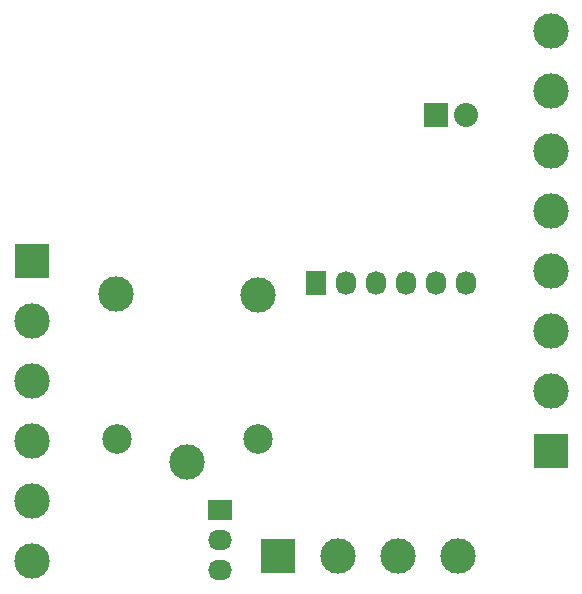
<source format=gbs>
G04 #@! TF.FileFunction,Soldermask,Bot*
%FSLAX46Y46*%
G04 Gerber Fmt 4.6, Leading zero omitted, Abs format (unit mm)*
G04 Created by KiCad (PCBNEW 0.201506192325+5795~23~ubuntu14.04.1-product) date Sat 22 Aug 2015 00:19:35 BST*
%MOMM*%
G01*
G04 APERTURE LIST*
%ADD10C,0.100000*%
%ADD11R,3.000000X3.000000*%
%ADD12C,3.000000*%
%ADD13C,2.500000*%
%ADD14R,2.032000X2.032000*%
%ADD15O,2.032000X2.032000*%
%ADD16R,1.727200X2.032000*%
%ADD17O,1.727200X2.032000*%
%ADD18R,2.032000X1.727200*%
%ADD19O,2.032000X1.727200*%
G04 APERTURE END LIST*
D10*
D11*
X92011500Y-78105000D03*
D12*
X92011500Y-73025000D03*
X92011500Y-67945000D03*
X92011500Y-62865000D03*
X92011500Y-57785000D03*
X92011500Y-52705000D03*
X92011500Y-47625000D03*
X92011500Y-42545000D03*
D13*
X67264000Y-77044000D03*
D12*
X67264000Y-64844000D03*
X55214000Y-64794000D03*
D13*
X55264000Y-77044000D03*
D12*
X61214000Y-78994000D03*
D14*
X82296000Y-49657000D03*
D15*
X84836000Y-49657000D03*
D11*
X48056800Y-62011560D03*
D12*
X48056800Y-67091560D03*
X48056800Y-72171560D03*
X48056800Y-77251560D03*
X48056800Y-82331560D03*
X48056800Y-87411560D03*
D16*
X72136000Y-63881000D03*
D17*
X74676000Y-63881000D03*
X77216000Y-63881000D03*
X79756000Y-63881000D03*
X82296000Y-63881000D03*
X84836000Y-63881000D03*
D18*
X63987300Y-83041100D03*
D19*
X63987300Y-85581100D03*
X63987300Y-88121100D03*
D11*
X68927600Y-86978100D03*
D12*
X74007600Y-86978100D03*
X79087600Y-86978100D03*
X84167600Y-86978100D03*
M02*

</source>
